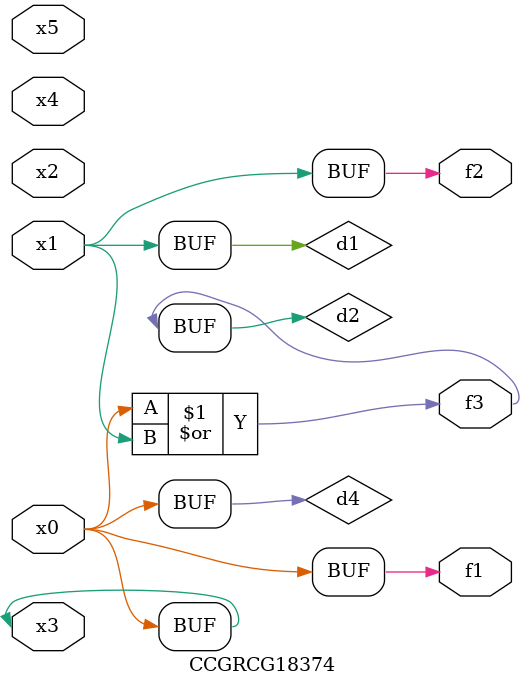
<source format=v>
module CCGRCG18374(
	input x0, x1, x2, x3, x4, x5,
	output f1, f2, f3
);

	wire d1, d2, d3, d4;

	and (d1, x1);
	or (d2, x0, x1);
	nand (d3, x0, x5);
	buf (d4, x0, x3);
	assign f1 = d4;
	assign f2 = d1;
	assign f3 = d2;
endmodule

</source>
